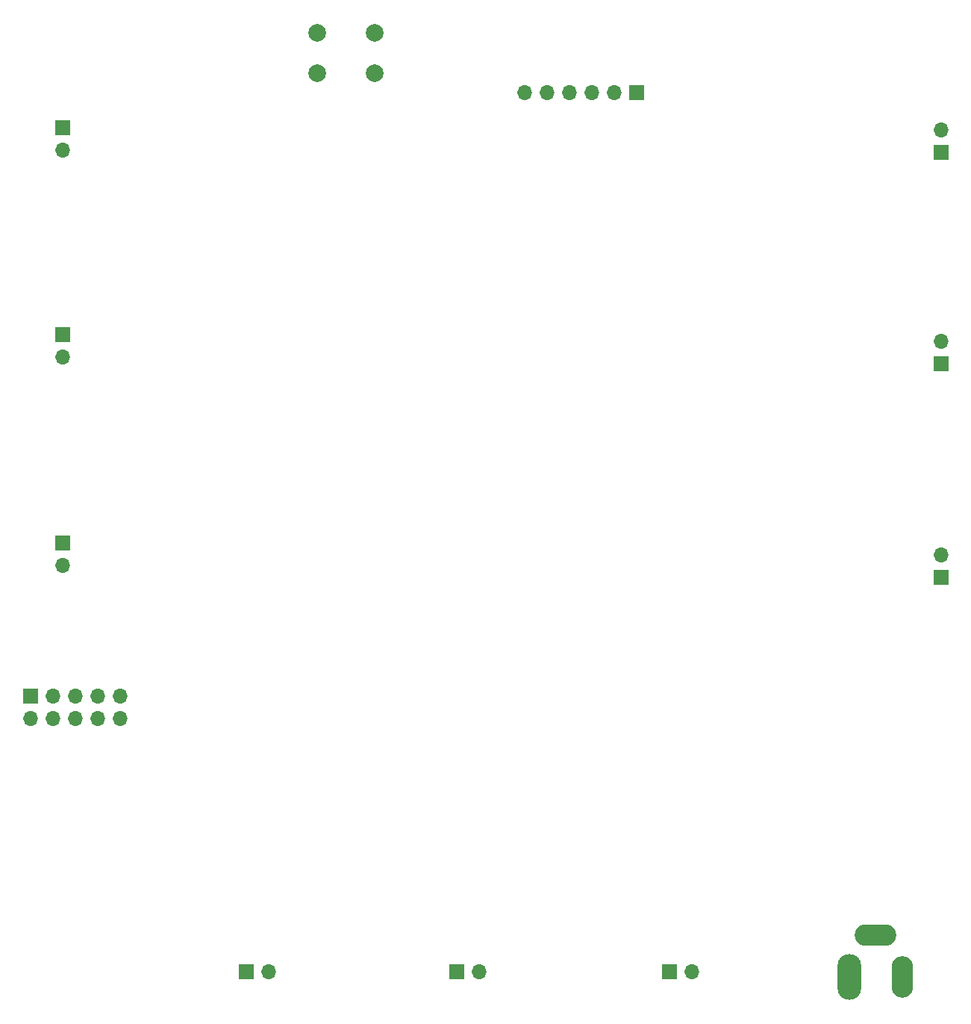
<source format=gbr>
%TF.GenerationSoftware,KiCad,Pcbnew,(6.0.11-0)*%
%TF.CreationDate,2023-11-20T02:45:57-06:00*%
%TF.ProjectId,ECE395_Digital_Target,45434533-3935-45f4-9469-676974616c5f,rev?*%
%TF.SameCoordinates,Original*%
%TF.FileFunction,Soldermask,Bot*%
%TF.FilePolarity,Negative*%
%FSLAX46Y46*%
G04 Gerber Fmt 4.6, Leading zero omitted, Abs format (unit mm)*
G04 Created by KiCad (PCBNEW (6.0.11-0)) date 2023-11-20 02:45:57*
%MOMM*%
%LPD*%
G01*
G04 APERTURE LIST*
%ADD10R,1.700000X1.700000*%
%ADD11O,1.700000X1.700000*%
%ADD12O,2.704000X5.204000*%
%ADD13O,2.454000X4.704000*%
%ADD14O,4.704000X2.454000*%
%ADD15C,2.000000*%
G04 APERTURE END LIST*
D10*
%TO.C,S2*%
X123925000Y-41400000D03*
D11*
X121385000Y-41400000D03*
X118845000Y-41400000D03*
X116305000Y-41400000D03*
X113765000Y-41400000D03*
X111225000Y-41400000D03*
%TD*%
D12*
%TO.C,J0*%
X148000000Y-141600000D03*
D13*
X154000000Y-141600000D03*
D14*
X151000000Y-136900000D03*
%TD*%
D10*
%TO.C,J1*%
X58800000Y-45400000D03*
D11*
X58800000Y-47940000D03*
%TD*%
D10*
%TO.C,J7*%
X79600000Y-141000000D03*
D11*
X82140000Y-141000000D03*
%TD*%
D10*
%TO.C,J4*%
X158400000Y-48200000D03*
D11*
X158400000Y-45660000D03*
%TD*%
D10*
%TO.C,J5*%
X158400000Y-72100000D03*
D11*
X158400000Y-69560000D03*
%TD*%
D10*
%TO.C,S1*%
X55150000Y-109800000D03*
D11*
X55150000Y-112340000D03*
X57690000Y-109800000D03*
X57690000Y-112340000D03*
X60230000Y-109800000D03*
X60230000Y-112340000D03*
X62770000Y-109800000D03*
X62770000Y-112340000D03*
X65310000Y-109800000D03*
X65310000Y-112340000D03*
%TD*%
D10*
%TO.C,J9*%
X127600000Y-141000000D03*
D11*
X130140000Y-141000000D03*
%TD*%
D10*
%TO.C,J6*%
X158400000Y-96300000D03*
D11*
X158400000Y-93760000D03*
%TD*%
D10*
%TO.C,J8*%
X103500000Y-141000000D03*
D11*
X106040000Y-141000000D03*
%TD*%
D15*
%TO.C,SW1*%
X87650000Y-34650000D03*
X94150000Y-34650000D03*
X94150000Y-39150000D03*
X87650000Y-39150000D03*
%TD*%
D10*
%TO.C,J3*%
X58800000Y-92400000D03*
D11*
X58800000Y-94940000D03*
%TD*%
D10*
%TO.C,J2*%
X58800000Y-68800000D03*
D11*
X58800000Y-71340000D03*
%TD*%
M02*

</source>
